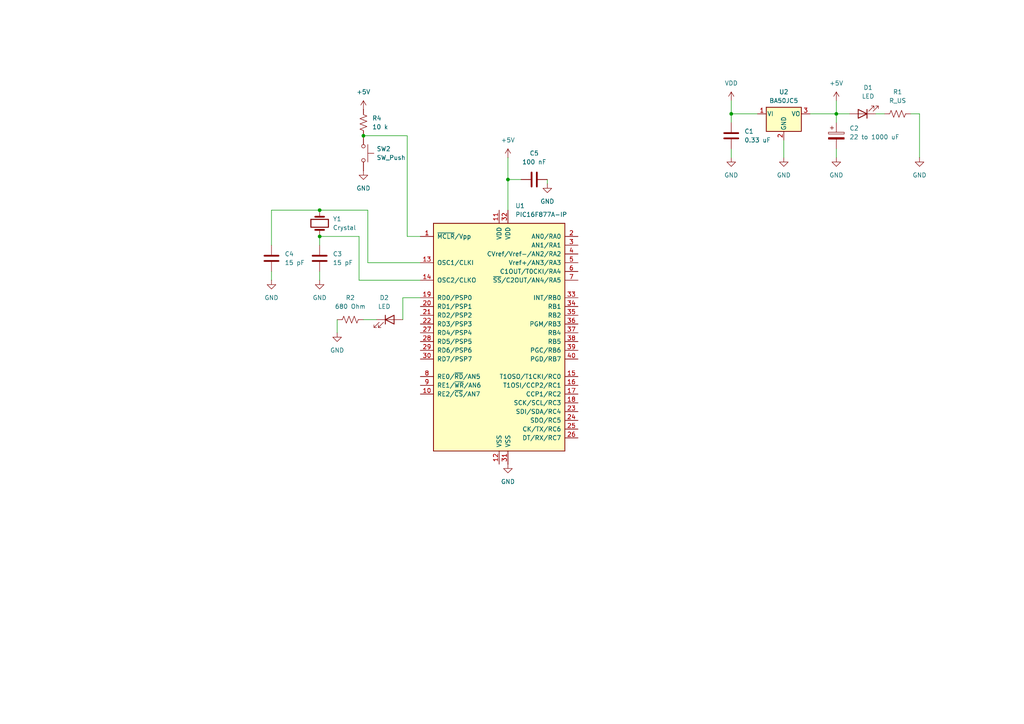
<source format=kicad_sch>
(kicad_sch (version 20250114) (generator "eeschema") (generator_version "9.0")
  (paper "A4")
  (lib_symbols
    (symbol "Device:C" (pin_numbers (hide yes)) (pin_names (offset 0.254))
      (property "Reference" "C" (at 0.635 2.54 0))
      (property "Value" "C" (at 0.635 -2.54 0))
      (symbol "C_0_1"
        (polyline (pts (xy -2.032 0.762) (xy 2.032 0.762)) (stroke (width 0.508)))
        (polyline (pts (xy -2.032 -0.762) (xy 2.032 -0.762)) (stroke (width 0.508)))
      )
      (symbol "C_1_1"
        (pin passive line (at 0 3.81 270) (length 2.794) (name "~") (number "1"))
        (pin passive line (at 0 -3.81 90) (length 2.794) (name "~") (number "2"))
      )
    )
    (symbol "Device:C_Polarized" (pin_numbers (hide yes)) (pin_names (offset 0.254))
      (property "Reference" "C" (at 0.635 2.54 0))
      (property "Value" "C_Polarized" (at 0.635 -2.54 0))
      (symbol "C_Polarized_0_1"
        (rectangle (start -2.286 0.508) (end 2.286 1.016))
        (polyline (pts (xy -1.778 2.286) (xy -0.762 2.286)))
        (polyline (pts (xy -1.27 2.794) (xy -1.27 1.778)))
        (rectangle (start 2.286 -0.508) (end -2.286 -1.016) (fill (type outline)))
      )
      (symbol "C_Polarized_1_1"
        (pin passive line (at 0 3.81 270) (length 2.794) (name "~") (number "1"))
        (pin passive line (at 0 -3.81 90) (length 2.794) (name "~") (number "2"))
      )
    )
    (symbol "Device:Crystal" (pin_numbers (hide yes)) (pin_names (offset 1.016) (hide yes))
      (property "Reference" "Y" (at 0 3.81 0))
      (property "Value" "Crystal" (at 0 -3.81 0))
      (symbol "Crystal_0_1"
        (polyline (pts (xy -2.54 0) (xy -1.905 0)))
        (polyline (pts (xy -1.905 -1.27) (xy -1.905 1.27)) (stroke (width 0.508)))
        (rectangle (start -1.143 2.54) (end 1.143 -2.54) (stroke (width 0.3048)))
        (polyline (pts (xy 1.905 -1.27) (xy 1.905 1.27)) (stroke (width 0.508)))
        (polyline (pts (xy 2.54 0) (xy 1.905 0)))
      )
      (symbol "Crystal_1_1"
        (pin passive line (at -3.81 0 0) (length 1.27) (name "1") (number "1"))
        (pin passive line (at 3.81 0 180) (length 1.27) (name "2") (number "2"))
      )
    )
    (symbol "Device:LED" (pin_numbers (hide yes)) (pin_names (offset 1.016) (hide yes))
      (property "Reference" "D" (at 0 2.54 0))
      (property "Value" "LED" (at 0 -2.54 0))
      (symbol "LED_0_1"
        (polyline (pts (xy -3.048 -0.762) (xy -4.572 -2.286) (xy -3.81 -2.286) (xy -4.572 -2.286) (xy -4.572 -1.524)))
        (polyline (pts (xy -1.778 -0.762) (xy -3.302 -2.286) (xy -2.54 -2.286) (xy -3.302 -2.286) (xy -3.302 -1.524)))
        (polyline (pts (xy -1.27 0) (xy 1.27 0)))
        (polyline (pts (xy -1.27 -1.27) (xy -1.27 1.27)) (stroke (width 0.254)))
        (polyline (pts (xy 1.27 -1.27) (xy 1.27 1.27) (xy -1.27 0) (xy 1.27 -1.27)) (stroke (width 0.254)))
      )
      (symbol "LED_1_1"
        (pin passive line (at -3.81 0 0) (length 2.54) (name "K") (number "1"))
        (pin passive line (at 3.81 0 180) (length 2.54) (name "A") (number "2"))
      )
    )
    (symbol "Device:R_US" (pin_numbers (hide yes)) (pin_names (offset 0))
      (property "Reference" "R" (at 2.54 0 90))
      (property "Value" "R_US" (at -2.54 0 90))
      (symbol "R_US_0_1"
        (polyline (pts (xy 0 2.286) (xy 0 2.54)))
        (polyline (pts (xy 0 2.286) (xy 1.016 1.905) (xy 0 1.524) (xy -1.016 1.143) (xy 0 0.762)))
        (polyline (pts (xy 0 0.762) (xy 1.016 0.381) (xy 0 0) (xy -1.016 -0.381) (xy 0 -0.762)))
        (polyline (pts (xy 0 -0.762) (xy 1.016 -1.143) (xy 0 -1.524) (xy -1.016 -1.905) (xy 0 -2.286)))
        (polyline (pts (xy 0 -2.286) (xy 0 -2.54)))
      )
      (symbol "R_US_1_1"
        (pin passive line (at 0 3.81 270) (length 1.27) (name "~") (number "1"))
        (pin passive line (at 0 -3.81 90) (length 1.27) (name "~") (number "2"))
      )
    )
    (symbol "MCU_Microchip_PIC16:PIC16F877A-IP" (pin_names (offset 1.016))
      (property "Reference" "U" (at 5.08 35.56 0))
      (property "Value" "PIC16F877A-IP" (at 5.08 33.02 0))
      (symbol "PIC16F877A-IP_0_1"
        (rectangle (start -19.05 31.75) (end 19.05 -34.29) (stroke (width 0.254)) (fill (type background)))
      )
      (symbol "PIC16F877A-IP_1_1"
        (pin input line (at -22.86 27.94 0) (length 3.81) (name "~{MCLR}/Vpp") (number "1"))
        (pin input line (at -22.86 20.32 0) (length 3.81) (name "OSC1/CLKI") (number "13"))
        (pin output line (at -22.86 15.24 0) (length 3.81) (name "OSC2/CLKO") (number "14"))
        (pin bidirectional line (at -22.86 10.16 0) (length 3.81) (name "RD0/PSP0") (number "19"))
        (pin bidirectional line (at -22.86 7.62 0) (length 3.81) (name "RD1/PSP1") (number "20"))
        (pin bidirectional line (at -22.86 5.08 0) (length 3.81) (name "RD2/PSP2") (number "21"))
        (pin bidirectional line (at -22.86 2.54 0) (length 3.81) (name "RD3/PSP3") (number "22"))
        (pin bidirectional line (at -22.86 0 0) (length 3.81) (name "RD4/PSP4") (number "27"))
        (pin bidirectional line (at -22.86 -2.54 0) (length 3.81) (name "RD5/PSP5") (number "28"))
        (pin bidirectional line (at -22.86 -5.08 0) (length 3.81) (name "RD6/PSP6") (number "29"))
        (pin bidirectional line (at -22.86 -7.62 0) (length 3.81) (name "RD7/PSP7") (number "30"))
        (pin bidirectional line (at -22.86 -12.7 0) (length 3.81) (name "RE0/~{RD}/AN5") (number "8"))
        (pin bidirectional line (at -22.86 -15.24 0) (length 3.81) (name "RE1/~{WR}/AN6") (number "9"))
        (pin bidirectional line (at -22.86 -17.78 0) (length 3.81) (name "RE2/~{CS}/AN7") (number "10"))
        (pin power_in line (at 0 35.56 270) (length 3.81) (name "VDD") (number "11"))
        (pin power_in line (at 0 -38.1 90) (length 3.81) (name "VSS") (number "12"))
        (pin power_in line (at 2.54 35.56 270) (length 3.81) (name "VDD") (number "32"))
        (pin power_in line (at 2.54 -38.1 90) (length 3.81) (name "VSS") (number "31"))
        (pin bidirectional line (at 22.86 27.94 180) (length 3.81) (name "AN0/RA0") (number "2"))
        (pin bidirectional line (at 22.86 25.4 180) (length 3.81) (name "AN1/RA1") (number "3"))
        (pin bidirectional line (at 22.86 22.86 180) (length 3.81) (name "CVref/Vref-/AN2/RA2") (number "4"))
        (pin bidirectional line (at 22.86 20.32 180) (length 3.81) (name "Vref+/AN3/RA3") (number "5"))
        (pin bidirectional line (at 22.86 17.78 180) (length 3.81) (name "C1OUT/T0CKI/RA4") (number "6"))
        (pin bidirectional line (at 22.86 15.24 180) (length 3.81) (name "~{SS}/C2OUT/AN4/RA5") (number "7"))
        (pin bidirectional line (at 22.86 10.16 180) (length 3.81) (name "INT/RB0") (number "33"))
        (pin bidirectional line (at 22.86 7.62 180) (length 3.81) (name "RB1") (number "34"))
        (pin bidirectional line (at 22.86 5.08 180) (length 3.81) (name "RB2") (number "35"))
        (pin bidirectional line (at 22.86 2.54 180) (length 3.81) (name "PGM/RB3") (number "36"))
        (pin bidirectional line (at 22.86 0 180) (length 3.81) (name "RB4") (number "37"))
        (pin bidirectional line (at 22.86 -2.54 180) (length 3.81) (name "RB5") (number "38"))
        (pin bidirectional line (at 22.86 -5.08 180) (length 3.81) (name "PGC/RB6") (number "39"))
        (pin bidirectional line (at 22.86 -7.62 180) (length 3.81) (name "PGD/RB7") (number "40"))
        (pin bidirectional line (at 22.86 -12.7 180) (length 3.81) (name "T1OSO/T1CKI/RC0") (number "15"))
        (pin bidirectional line (at 22.86 -15.24 180) (length 3.81) (name "T1OSI/CCP2/RC1") (number "16"))
        (pin bidirectional line (at 22.86 -17.78 180) (length 3.81) (name "CCP1/RC2") (number "17"))
        (pin bidirectional line (at 22.86 -20.32 180) (length 3.81) (name "SCK/SCL/RC3") (number "18"))
        (pin bidirectional line (at 22.86 -22.86 180) (length 3.81) (name "SDI/SDA/RC4") (number "23"))
        (pin bidirectional line (at 22.86 -25.4 180) (length 3.81) (name "SDO/RC5") (number "24"))
        (pin bidirectional line (at 22.86 -27.94 180) (length 3.81) (name "CK/TX/RC6") (number "25"))
        (pin bidirectional line (at 22.86 -30.48 180) (length 3.81) (name "DT/RX/RC7") (number "26"))
      )
    )
    (symbol "Regulator_Linear:LM78M05_TO220" (pin_names (offset 0.254))
      (property "Reference" "U" (at -3.81 3.175 0))
      (property "Value" "LM78M05_TO220" (at 0 3.175 0))
      (symbol "LM78M05_TO220_0_1"
        (rectangle (start -5.08 1.905) (end 5.08 -5.08) (stroke (width 0.254)) (fill (type background)))
      )
      (symbol "LM78M05_TO220_1_1"
        (pin power_in line (at -7.62 0 0) (length 2.54) (name "VI") (number "1"))
        (pin power_in line (at 0 -7.62 90) (length 2.54) (name "GND") (number "2"))
        (pin power_out line (at 7.62 0 180) (length 2.54) (name "VO") (number "3"))
      )
    )
    (symbol "Switch:SW_Push" (pin_numbers (hide yes)) (pin_names (offset 1.016) (hide yes))
      (property "Reference" "SW" (at 1.27 2.54 0))
      (property "Value" "SW_Push" (at 0 -1.524 0))
      (symbol "SW_Push_0_1"
        (circle (center -2.032 0) (radius 0.508))
        (polyline (pts (xy 0 1.27) (xy 0 3.048)))
        (circle (center 2.032 0) (radius 0.508))
        (polyline (pts (xy 2.54 1.27) (xy -2.54 1.27)))
        (pin passive line (at -5.08 0 0) (length 2.54) (name "1") (number "1"))
        (pin passive line (at 5.08 0 180) (length 2.54) (name "2") (number "2"))
      )
    )
    (symbol "power:+5V" (power) (pin_numbers (hide yes)) (pin_names (offset 0) (hide yes))
      (property "Value" "+5V" (at 0 3.556 0))
      (symbol "+5V_0_1"
        (polyline (pts (xy -0.762 1.27) (xy 0 2.54)))
        (polyline (pts (xy 0 2.54) (xy 0.762 1.27)))
        (polyline (pts (xy 0 0) (xy 0 2.54)))
      )
      (symbol "+5V_1_1"
        (pin power_in line (at 0 0 90) (length 0) (name "~") (number "1"))
      )
    )
    (symbol "power:GND" (power) (pin_numbers (hide yes)) (pin_names (offset 0) (hide yes))
      (property "Value" "GND" (at 0 -3.81 0))
      (symbol "GND_0_1"
        (polyline (pts (xy 0 0) (xy 0 -1.27) (xy 1.27 -1.27) (xy 0 -2.54) (xy -1.27 -1.27) (xy 0 -1.27)))
      )
      (symbol "GND_1_1"
        (pin power_in line (at 0 0 270) (length 0) (name "~") (number "1"))
      )
    )
    (symbol "power:VDD" (power) (pin_numbers (hide yes)) (pin_names (offset 0) (hide yes))
      (property "Value" "VDD" (at 0 3.556 0))
      (symbol "VDD_0_1"
        (polyline (pts (xy -0.762 1.27) (xy 0 2.54)))
        (polyline (pts (xy 0 2.54) (xy 0.762 1.27)))
        (polyline (pts (xy 0 0) (xy 0 2.54)))
      )
      (symbol "VDD_1_1"
        (pin power_in line (at 0 0 90) (length 0) (name "~") (number "1"))
      )
    )
  )
  (junction (at 212.09 33.02))
  (junction (at 242.57 33.02))
  (junction (at 105.41 39.37))
  (junction (at 92.71 60.96))
  (junction (at 147.32 52.07))
  (junction (at 92.71 68.58))
  (wire (pts (xy 264.16 33.02) (xy 266.7 33.02)))
  (wire (pts (xy 78.74 60.96) (xy 92.71 60.96)))
  (wire (pts (xy 242.57 29.21) (xy 242.57 33.02)))
  (wire (pts (xy 105.41 39.37) (xy 118.11 39.37)))
  (wire (pts (xy 254 33.02) (xy 256.54 33.02)))
  (wire (pts (xy 104.14 68.58) (xy 92.71 68.58)))
  (wire (pts (xy 118.11 68.58) (xy 118.11 39.37)))
  (wire (pts (xy 106.68 60.96) (xy 106.68 76.2)))
  (wire (pts (xy 121.92 86.36) (xy 116.84 86.36)))
  (wire (pts (xy 147.32 52.07) (xy 151.13 52.07)))
  (wire (pts (xy 242.57 43.18) (xy 242.57 45.72)))
  (wire (pts (xy 92.71 60.96) (xy 106.68 60.96)))
  (wire (pts (xy 121.92 68.58) (xy 118.11 68.58)))
  (wire (pts (xy 116.84 86.36) (xy 116.84 92.71)))
  (wire (pts (xy 212.09 43.18) (xy 212.09 45.72)))
  (wire (pts (xy 97.79 92.71) (xy 97.79 96.52)))
  (wire (pts (xy 78.74 78.74) (xy 78.74 81.28)))
  (wire (pts (xy 78.74 71.12) (xy 78.74 60.96)))
  (wire (pts (xy 104.14 81.28) (xy 121.92 81.28)))
  (wire (pts (xy 104.14 68.58) (xy 104.14 81.28)))
  (wire (pts (xy 227.33 40.64) (xy 227.33 45.72)))
  (wire (pts (xy 92.71 78.74) (xy 92.71 81.28)))
  (wire (pts (xy 106.68 76.2) (xy 121.92 76.2)))
  (wire (pts (xy 147.32 45.72) (xy 147.32 52.07)))
  (wire (pts (xy 105.41 92.71) (xy 109.22 92.71)))
  (wire (pts (xy 242.57 33.02) (xy 242.57 35.56)))
  (wire (pts (xy 212.09 29.21) (xy 212.09 33.02)))
  (wire (pts (xy 212.09 35.56) (xy 212.09 33.02)))
  (wire (pts (xy 158.75 52.07) (xy 158.75 53.34)))
  (wire (pts (xy 92.71 68.58) (xy 92.71 71.12)))
  (wire (pts (xy 147.32 52.07) (xy 147.32 60.96)))
  (wire (pts (xy 234.95 33.02) (xy 242.57 33.02)))
  (wire (pts (xy 212.09 33.02) (xy 219.71 33.02)))
  (wire (pts (xy 266.7 45.72) (xy 266.7 33.02)))
  (wire (pts (xy 242.57 33.02) (xy 246.38 33.02)))
  (symbol (lib_id "power:GND") (at 242.57 45.72 0) (unit 1)
    (property "Reference" "#PWR05" (effects (hide yes)))
    (property "Value" "GND" (at 242.57 50.8 0))
    (property "Description" "Power symbol creates a global label with name \"GND\" , ground" (effects (hide yes)))
  )
  (symbol (lib_id "power:+5V") (at 147.32 45.72 0) (unit 1)
    (property "Reference" "#PWR06" (effects (hide yes)))
    (property "Value" "+5V" (at 147.32 40.64 0))
    (property "Description" "Power symbol creates a global label with name \"+5V\"" (effects (hide yes)))
  )
  (symbol (lib_id "Regulator_Linear:LM78M05_TO220") (at 227.33 33.02 0) (unit 1)
    (property "Reference" "U2" (at 227.33 26.67 0))
    (property "Value" "BA50JC5" (at 227.33 29.21 0))
    (property "Footprint" "Package_TO_SOT_THT:TO-220-3_Vertical" (effects (hide yes)))
    (property "Datasheet" "https://www.onsemi.com/pub/Collateral/MC78M00-D.PDF" (effects (hide yes)))
    (property "Description" "Positive 500mA 35V Linear Regulator, Fixed Output 5V, TO-220" (effects (hide yes)))
  )
  (symbol (lib_id "power:VDD") (at 212.09 29.21 0) (unit 1)
    (property "Reference" "#PWR02" (effects (hide yes)))
    (property "Value" "VDD" (at 212.09 24.13 0))
    (property "Description" "Power symbol creates a global label with name \"VDD\"" (effects (hide yes)))
  )
  (symbol (lib_id "Device:R_US") (at 105.41 35.56 0) (unit 1)
    (property "Reference" "R4" (at 107.95 34.2899 0) (effects (justify left)))
    (property "Value" "10 k" (at 107.95 36.8299 0) (effects (justify left)))
    (property "Description" "Resistor, US symbol" (effects (hide yes)))
  )
  (symbol (lib_id "Device:Crystal") (at 92.71 64.77 90) (unit 1)
    (property "Reference" "Y1" (at 96.52 63.4999 90) (effects (justify right)))
    (property "Value" "Crystal" (at 96.52 66.0399 90) (effects (justify right)))
    (property "Description" "Two pin crystal" (effects (hide yes)))
  )
  (symbol (lib_id "power:+5V") (at 105.41 31.75 0) (unit 1)
    (property "Reference" "#PWR015" (effects (hide yes)))
    (property "Value" "+5V" (at 105.41 26.67 0))
    (property "Description" "Power symbol creates a global label with name \"+5V\"" (effects (hide yes)))
  )
  (symbol (lib_id "Device:R_US") (at 101.6 92.71 90) (unit 1)
    (property "Reference" "R2" (at 101.6 86.36 90))
    (property "Value" "680 Ohm" (at 101.6 88.9 90))
    (property "Description" "Resistor, US symbol" (effects (hide yes)))
  )
  (symbol (lib_id "Device:C") (at 78.74 74.93 0) (unit 1)
    (property "Reference" "C4" (at 82.55 73.6599 0) (effects (justify left)))
    (property "Value" "15 pF" (at 82.55 76.1999 0) (effects (justify left)))
    (property "Description" "Unpolarized capacitor" (effects (hide yes)))
  )
  (symbol (lib_id "power:GND") (at 212.09 45.72 0) (unit 1)
    (property "Reference" "#PWR01" (effects (hide yes)))
    (property "Value" "GND" (at 212.09 50.8 0))
    (property "Description" "Power symbol creates a global label with name \"GND\" , ground" (effects (hide yes)))
  )
  (symbol (lib_id "Device:C") (at 92.71 74.93 0) (unit 1)
    (property "Reference" "C3" (at 96.52 73.6599 0) (effects (justify left)))
    (property "Value" "15 pF" (at 96.52 76.1999 0) (effects (justify left)))
    (property "Description" "Unpolarized capacitor" (effects (hide yes)))
  )
  (symbol (lib_id "power:+5V") (at 242.57 29.21 0) (unit 1)
    (property "Reference" "#PWR04" (effects (hide yes)))
    (property "Value" "+5V" (at 242.57 24.13 0))
    (property "Description" "Power symbol creates a global label with name \"+5V\"" (effects (hide yes)))
  )
  (symbol (lib_id "MCU_Microchip_PIC16:PIC16F877A-IP") (at 144.78 96.52 0) (unit 1)
    (property "Reference" "U1" (at 149.4633 59.69 0) (effects (justify left)))
    (property "Value" "PIC16F877A-IP" (at 149.4633 62.23 0) (effects (justify left)))
    (property "Footprint" "Package_DIP:DIP-40_W15.24mm" (effects (hide yes)))
    (property "Datasheet" "http://ww1.microchip.com/downloads/en/DeviceDoc/39582b.pdf" (effects (hide yes)))
    (property "Description" "8W Flash, 386B SRAM, 256B EEPROM, DIP40" (effects (hide yes)))
  )
  (symbol (lib_id "Switch:SW_Push") (at 105.41 44.45 270) (unit 1)
    (property "Reference" "SW2" (at 109.22 43.1799 90) (effects (justify left)))
    (property "Value" "SW_Push" (at 109.22 45.7199 90) (effects (justify left)))
    (property "Description" "Push button switch, generic, two pins" (effects (hide yes)))
  )
  (symbol (lib_id "power:GND") (at 105.41 49.53 0) (unit 1)
    (property "Reference" "#PWR016" (effects (hide yes)))
    (property "Value" "GND" (at 105.41 54.61 0))
    (property "Description" "Power symbol creates a global label with name \"GND\" , ground" (effects (hide yes)))
  )
  (symbol (lib_id "power:GND") (at 266.7 45.72 0) (unit 1)
    (property "Reference" "#PWR08" (effects (hide yes)))
    (property "Value" "GND" (at 266.7 50.8 0))
    (property "Description" "Power symbol creates a global label with name \"GND\" , ground" (effects (hide yes)))
  )
  (symbol (lib_id "power:GND") (at 78.74 81.28 0) (unit 1)
    (property "Reference" "#PWR09" (effects (hide yes)))
    (property "Value" "GND" (at 78.74 86.36 0))
    (property "Description" "Power symbol creates a global label with name \"GND\" , ground" (effects (hide yes)))
  )
  (symbol (lib_id "power:GND") (at 158.75 53.34 0) (unit 1)
    (property "Reference" "#PWR014" (effects (hide yes)))
    (property "Value" "GND" (at 158.75 58.42 0))
    (property "Description" "Power symbol creates a global label with name \"GND\" , ground" (effects (hide yes)))
  )
  (symbol (lib_id "power:GND") (at 97.79 96.52 0) (unit 1)
    (property "Reference" "#PWR011" (effects (hide yes)))
    (property "Value" "GND" (at 97.79 101.6 0))
    (property "Description" "Power symbol creates a global label with name \"GND\" , ground" (effects (hide yes)))
  )
  (symbol (lib_id "Device:C_Polarized") (at 242.57 39.37 0) (unit 1)
    (property "Reference" "C2" (at 246.38 37.2109 0) (effects (justify left)))
    (property "Value" "22 to 1000 uF" (at 246.38 39.7509 0) (effects (justify left)))
    (property "Description" "Polarized capacitor" (effects (hide yes)))
  )
  (symbol (lib_id "power:GND") (at 227.33 45.72 0) (unit 1)
    (property "Reference" "#PWR03" (effects (hide yes)))
    (property "Value" "GND" (at 227.33 50.8 0))
    (property "Description" "Power symbol creates a global label with name \"GND\" , ground" (effects (hide yes)))
  )
  (symbol (lib_id "Device:LED") (at 113.03 92.71 0) (unit 1)
    (property "Reference" "D2" (at 111.4425 86.36 0))
    (property "Value" "LED" (at 111.4425 88.9 0))
    (property "Description" "Light emitting diode" (effects (hide yes)))
    (property "Sim.Pins" "1=K 2=A" (effects (hide yes)))
  )
  (symbol (lib_id "Device:R_US") (at 260.35 33.02 90) (unit 1)
    (property "Reference" "R1" (at 260.35 26.67 90))
    (property "Value" "R_US" (at 260.35 29.21 90))
    (property "Description" "Resistor, US symbol" (effects (hide yes)))
  )
  (symbol (lib_id "Device:C") (at 154.94 52.07 90) (unit 1)
    (property "Reference" "C5" (at 154.94 44.45 90))
    (property "Value" "100 nF" (at 154.94 46.99 90))
    (property "Description" "Unpolarized capacitor" (effects (hide yes)))
  )
  (symbol (lib_id "Device:C") (at 212.09 39.37 0) (unit 1)
    (property "Reference" "C1" (at 215.9 38.0999 0) (effects (justify left)))
    (property "Value" "0.33 uF" (at 215.9 40.6399 0) (effects (justify left)))
    (property "Description" "Unpolarized capacitor" (effects (hide yes)))
  )
  (symbol (lib_id "Device:LED") (at 250.19 33.02 180) (unit 1)
    (property "Reference" "D1" (at 251.7775 25.4 0))
    (property "Value" "LED" (at 251.7775 27.94 0))
    (property "Description" "Light emitting diode" (effects (hide yes)))
    (property "Sim.Pins" "1=K 2=A" (effects (hide yes)))
  )
  (symbol (lib_id "power:GND") (at 92.71 81.28 0) (unit 1)
    (property "Reference" "#PWR010" (effects (hide yes)))
    (property "Value" "GND" (at 92.71 86.36 0))
    (property "Description" "Power symbol creates a global label with name \"GND\" , ground" (effects (hide yes)))
  )
  (symbol (lib_id "power:GND") (at 147.32 134.62 0) (unit 1)
    (property "Reference" "#PWR07" (effects (hide yes)))
    (property "Value" "GND" (at 147.32 139.7 0))
    (property "Description" "Power symbol creates a global label with name \"GND\" , ground" (effects (hide yes)))
  )
)
</source>
